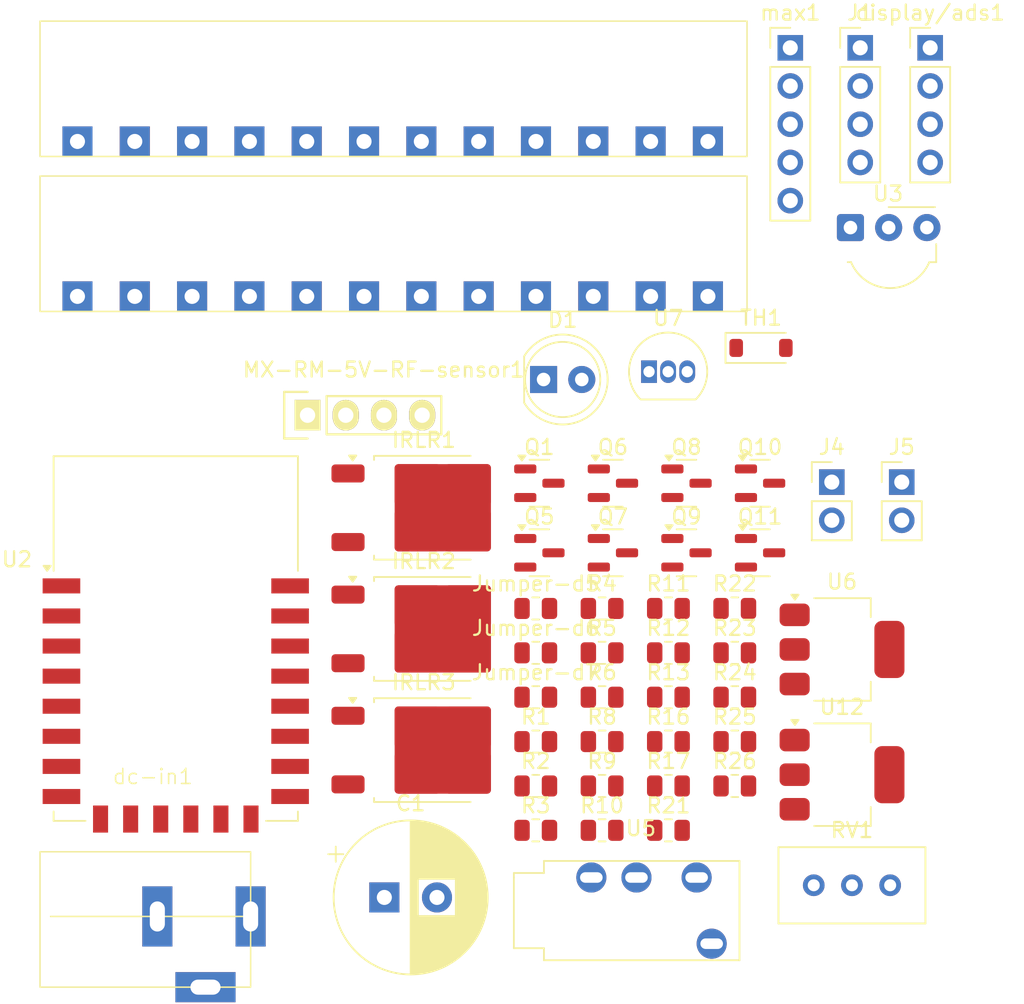
<source format=kicad_pcb>
(kicad_pcb (version 20240108) (generator "pcbnew") (generator_version "8.0")
  (layers (0 "F.Cu" signal) (31 "B.Cu" signal) (34 "B.Paste" user) (35 "F.Paste" user) (36 "B.SilkS" user "B.Silkscreen") (37 "F.SilkS" user "F.Silkscreen") (38 "B.Mask" user) (39 "F.Mask" user) (44 "Edge.Cuts" user))
  (net 0 "")
  (net 1 "+5C")
  (net 2 "GNDPWR")
  (net 3 "Net-(D1-A)")
  (net 4 "+12C")
  (net 6 "/d2")
  (net 7 "/d1")
  (net 8 "/mosf2-out-d6")
  (net 9 "Net-(IRLR1-G)")
  (net 10 "/mosf1-out-d5")
  (net 11 "Net-(IRLR2-G)")
  (net 12 "/mosf3-out-d7")
  (net 13 "Net-(IRLR3-G)")
  (net 14 "/tx")
  (net 15 "/rx")
  (net 16 "/conn1-8")
  (net 17 "/conn1-10")
  (net 18 "/d8")
  (net 19 "/conn1-9")
  (net 20 "/conn2-6")
  (net 21 "/conn2-2")
  (net 22 "/conn2-1")
  (net 23 "/conn2-4")
  (net 24 "/conn2-9")
  (net 25 "/d0")
  (net 26 "/conn2-5")
  (net 27 "/conn2-8")
  (net 28 "/conn2-3")
  (net 29 "/conn2-7")
  (net 30 "/d3")
  (net 31 "Net-(J5-Pin_1)")
  (net 32 "/d5")
  (net 33 "/d6")
  (net 34 "/d7")
  (net 35 "+3.3V")
  (net 36 "Net-(Q1-B)")
  (net 37 "Net-(Q1-C)")
  (net 38 "Net-(Q5-C)")
  (net 39 "Net-(Q5-B)")
  (net 40 "Net-(Q6-C)")
  (net 41 "Net-(Q6-B)")
  (net 42 "Net-(Q7-B)")
  (net 43 "Net-(Q7-C)")
  (net 44 "Net-(Q8-B)")
  (net 45 "Net-(Q8-C)")
  (net 46 "Net-(Q9-C)")
  (net 47 "Net-(Q9-B)")
  (net 48 "Net-(Q10-C)")
  (net 49 "Net-(Q10-B)")
  (net 50 "Net-(Q11-C)")
  (net 51 "Net-(Q11-B)")
  (net 52 "Net-(R3-Pad1)")
  (net 53 "/a0")
  (net 54 "Net-(U2-EN)")
  (net 55 "/d4")
  (net 56 "/a0-in-res")
  (footprint "Resistor_SMD:R_0805_2012Metric" (layer "F.Cu") (at 159.8 114.675)
    (property "Reference" "R25" (at 0 -1.65 0) (layer "F.SilkS"))
    (property "Value" "R-1k")
    (pad "1" smd roundrect (at -0.9125 0) (size 1.025 1.4) (layers "F.Cu" "F.Paste" "F.Mask") (roundrect_rratio 0.243902) (net 49 "Net-(Q10-B)"))
    (pad "2" smd roundrect (at 0.9125 0) (size 1.025 1.4) (layers "F.Cu" "F.Paste" "F.Mask") (roundrect_rratio 0.243902) (net 55 "/d4"))
  )
  (footprint "Resistor_SMD:R_0805_2012Metric" (layer "F.Cu") (at 150.98 108.775)
    (property "Reference" "R5" (at 0 -1.65 0) (layer "F.SilkS"))
    (property "Value" "R-100")
    (pad "1" smd roundrect (at -0.9125 0) (size 1.025 1.4) (layers "F.Cu" "F.Paste" "F.Mask") (roundrect_rratio 0.243902) (net 33 "/d6"))
    (pad "2" smd roundrect (at 0.9125 0) (size 1.025 1.4) (layers "F.Cu" "F.Paste" "F.Mask") (roundrect_rratio 0.243902) (net 9 "Net-(IRLR1-G)"))
  )
  (footprint "Package_TO_SOT_SMD:SOT-23" (layer "F.Cu") (at 151.7 102.125)
    (property "Reference" "Q7" (at 0 -2.4 0) (layer "F.SilkS"))
    (property "Value" "MMBT5551-npn")
    (pad "1" smd roundrect (at -0.9375 -0.95) (size 1.475 0.6) (layers "F.Cu" "F.Paste" "F.Mask") (net 42 "Net-(Q7-B)"))
    (pad "2" smd roundrect (at -0.9375 0.95) (size 1.475 0.6) (layers "F.Cu" "F.Paste" "F.Mask") (net 2 "GNDPWR"))
    (pad "3" smd roundrect (at 0.9375 0) (size 1.475 0.6) (layers "F.Cu" "F.Paste" "F.Mask") (net 43 "Net-(Q7-C)"))
  )
  (footprint "Resistor_SMD:R_0805_2012Metric" (layer "F.Cu") (at 150.98 111.725)
    (property "Reference" "R6" (at 0 -1.65 0) (layer "F.SilkS"))
    (property "Value" "R-10k")
    (pad "1" smd roundrect (at -0.9125 0) (size 1.025 1.4) (layers "F.Cu" "F.Paste" "F.Mask") (roundrect_rratio 0.243902) (net 2 "GNDPWR"))
    (pad "2" smd roundrect (at 0.9125 0) (size 1.025 1.4) (layers "F.Cu" "F.Paste" "F.Mask") (roundrect_rratio 0.243902) (net 9 "Net-(IRLR1-G)"))
  )
  (footprint "module-custom-for-esp8266:RF_Receiver_433_MHz" (layer "F.Cu") (at 136.46 92.955)
    (property "Reference" "MX-RM-5V-RF-sensor1" (at 0 -3 0) (layer "F.SilkS"))
    (property "Value" "Conn_01x04_Pin")
    (pad "1" thru_hole rect (at -5.060707 0.024229 90) (size 2.032 1.7272) (drill 1.016) (layers "*.Cu" "*.Mask" "F.SilkS") (net 1 "+5C"))
    (pad "2" thru_hole oval (at -2.520707 0.024229 90) (size 2.032 1.7272) (drill 1.016) (layers "*.Cu" "*.Mask" "F.SilkS") (net 6 "/d2"))
    (pad "3" thru_hole oval (at 0.019293 0.024229 90) (size 2.032 1.7272) (drill 1.016) (layers "*.Cu" "*.Mask" "F.SilkS") (net 6 "/d2"))
    (pad "4" thru_hole oval (at 2.559293 0.024229 90) (size 2.032 1.7272) (drill 1.016) (layers "*.Cu" "*.Mask" "F.SilkS") (net 2 "GNDPWR"))
  )
  (footprint "Resistor_SMD:R_0805_2012Metric" (layer "F.Cu") (at 150.98 120.575)
    (property "Reference" "R10" (at 0 -1.65 0) (layer "F.SilkS"))
    (property "Value" "R-10k")
    (pad "1" smd roundrect (at -0.9125 0) (size 1.025 1.4) (layers "F.Cu" "F.Paste" "F.Mask") (roundrect_rratio 0.243902) (net 35 "+3.3V"))
    (pad "2" smd roundrect (at 0.9125 0) (size 1.025 1.4) (layers "F.Cu" "F.Paste" "F.Mask") (roundrect_rratio 0.243902) (net 31 "Net-(J5-Pin_1)"))
  )
  (footprint "Package_TO_SOT_SMD:SOT-23" (layer "F.Cu") (at 156.59 97.5)
    (property "Reference" "Q8" (at 0 -2.4 0) (layer "F.SilkS"))
    (property "Value" "MMBT5401")
    (pad "1" smd roundrect (at -0.9375 -0.95) (size 1.475 0.6) (layers "F.Cu" "F.Paste" "F.Mask") (net 44 "Net-(Q8-B)"))
    (pad "2" smd roundrect (at -0.9375 0.95) (size 1.475 0.6) (layers "F.Cu" "F.Paste" "F.Mask") (net 35 "+3.3V"))
    (pad "3" smd roundrect (at 0.9375 0) (size 1.475 0.6) (layers "F.Cu" "F.Paste" "F.Mask") (net 45 "Net-(Q8-C)"))
  )
  (footprint "Package_TO_SOT_SMD:SOT-23" (layer "F.Cu") (at 146.81 102.125)
    (property "Reference" "Q5" (at 0 -2.4 0) (layer "F.SilkS"))
    (property "Value" "MMBT5401")
    (pad "1" smd roundrect (at -0.9375 -0.95) (size 1.475 0.6) (layers "F.Cu" "F.Paste" "F.Mask") (net 39 "Net-(Q5-B)"))
    (pad "2" smd roundrect (at -0.9375 0.95) (size 1.475 0.6) (layers "F.Cu" "F.Paste" "F.Mask") (net 35 "+3.3V"))
    (pad "3" smd roundrect (at 0.9375 0) (size 1.475 0.6) (layers "F.Cu" "F.Paste" "F.Mask") (net 38 "Net-(Q5-C)"))
  )
  (footprint "Resistor_SMD:R_0805_2012Metric" (layer "F.Cu") (at 150.98 114.675)
    (property "Reference" "R8" (at 0 -1.65 0) (layer "F.SilkS"))
    (property "Value" "R-100")
    (pad "1" smd roundrect (at -0.9125 0) (size 1.025 1.4) (layers "F.Cu" "F.Paste" "F.Mask") (roundrect_rratio 0.243902) (net 34 "/d7"))
    (pad "2" smd roundrect (at 0.9125 0) (size 1.025 1.4) (layers "F.Cu" "F.Paste" "F.Mask") (roundrect_rratio 0.243902) (net 13 "Net-(IRLR3-G)"))
  )
  (footprint "Resistor_SMD:R_0805_2012Metric" (layer "F.Cu") (at 159.8 111.725)
    (property "Reference" "R24" (at 0 -1.65 0) (layer "F.SilkS"))
    (property "Value" "R-1k")
    (pad "1" smd roundrect (at -0.9125 0) (size 1.025 1.4) (layers "F.Cu" "F.Paste" "F.Mask") (roundrect_rratio 0.243902) (net 47 "Net-(Q9-B)"))
    (pad "2" smd roundrect (at 0.9125 0) (size 1.025 1.4) (layers "F.Cu" "F.Paste" "F.Mask") (roundrect_rratio 0.243902) (net 45 "Net-(Q8-C)"))
  )
  (footprint "Resistor_SMD:R_0805_2012Metric" (layer "F.Cu") (at 159.8 117.625)
    (property "Reference" "R26" (at 0 -1.65 0) (layer "F.SilkS"))
    (property "Value" "R-1k")
    (pad "1" smd roundrect (at -0.9125 0) (size 1.025 1.4) (layers "F.Cu" "F.Paste" "F.Mask") (roundrect_rratio 0.243902) (net 51 "Net-(Q11-B)"))
    (pad "2" smd roundrect (at 0.9125 0) (size 1.025 1.4) (layers "F.Cu" "F.Paste" "F.Mask") (roundrect_rratio 0.243902) (net 48 "Net-(Q10-C)"))
  )
  (footprint "Connector_PinHeader_2.54mm:PinHeader_1x02_P2.54mm_Vertical" (layer "F.Cu") (at 166.25 97.425)
    (property "Reference" "J4" (at 0 -2.33 0) (layer "F.SilkS"))
    (property "Value" "flash")
    (pad "1" thru_hole rect (at 0 0) (size 1.7 1.7) (drill 1) (layers "*.Cu" "*.Mask") (net 2 "GNDPWR"))
    (pad "2" thru_hole oval (at 0 2.54) (size 1.7 1.7) (drill 1) (layers "*.Cu" "*.Mask") (net 30 "/d3"))
  )
  (footprint "Package_TO_SOT_SMD:SOT-23" (layer "F.Cu") (at 161.48 97.5)
    (property "Reference" "Q10" (at 0 -2.4 0) (layer "F.SilkS"))
    (property "Value" "MMBT5401")
    (pad "1" smd roundrect (at -0.9375 -0.95) (size 1.475 0.6) (layers "F.Cu" "F.Paste" "F.Mask") (net 49 "Net-(Q10-B)"))
    (pad "2" smd roundrect (at -0.9375 0.95) (size 1.475 0.6) (layers "F.Cu" "F.Paste" "F.Mask") (net 35 "+3.3V"))
    (pad "3" smd roundrect (at 0.9375 0) (size 1.475 0.6) (layers "F.Cu" "F.Paste" "F.Mask") (net 48 "Net-(Q10-C)"))
  )
  (footprint "Connector_PinHeader_2.54mm:PinHeader_1x04_P2.54mm_Vertical" (layer "F.Cu") (at 168.14 68.555)
    (property "Reference" "J1" (at 0 -2.33 0) (layer "F.SilkS"))
    (property "Value" "prog")
    (pad "1" thru_hole rect (at 0 0) (size 1.7 1.7) (drill 1) (layers "*.Cu" "*.Mask") (net 1 "+5C"))
    (pad "2" thru_hole oval (at 0 2.54) (size 1.7 1.7) (drill 1) (layers "*.Cu" "*.Mask") (net 2 "GNDPWR"))
    (pad "3" thru_hole oval (at 0 5.08) (size 1.7 1.7) (drill 1) (layers "*.Cu" "*.Mask") (net 14 "/tx"))
    (pad "4" thru_hole oval (at 0 7.62) (size 1.7 1.7) (drill 1) (layers "*.Cu" "*.Mask") (net 15 "/rx"))
  )
  (footprint "Resistor_SMD:R_0805_2012Metric" (layer "F.Cu") (at 155.39 105.825)
    (property "Reference" "R11" (at 0 -1.65 0) (layer "F.SilkS"))
    (property "Value" "R-10k")
    (pad "1" smd roundrect (at -0.9125 0) (size 1.025 1.4) (layers "F.Cu" "F.Paste" "F.Mask") (roundrect_rratio 0.243902) (net 35 "+3.3V"))
    (pad "2" smd roundrect (at 0.9125 0) (size 1.025 1.4) (layers "F.Cu" "F.Paste" "F.Mask") (roundrect_rratio 0.243902) (net 54 "Net-(U2-EN)"))
  )
  (footprint "OptoDevice:Vishay_MOLD-3Pin" (layer "F.Cu") (at 167.49 80.505)
    (property "Reference" "U3" (at 2.5 -2.25 180) (layer "F.SilkS"))
    (property "Value" "TSOP23xx")
    (pad "1" thru_hole roundrect (at 0 0) (size 1.8 1.8) (drill 0.9) (layers "*.Cu" "*.Mask") (roundrect_rratio 0.138) (net 32 "/d5"))
    (pad "2" thru_hole circle (at 2.54 0) (size 1.8 1.8) (drill 0.9) (layers "*.Cu" "*.Mask") (net 1 "+5C"))
    (pad "3" thru_hole circle (at 5.08 0) (size 1.8 1.8) (drill 0.9) (layers "*.Cu" "*.Mask") (net 2 "GNDPWR"))
  )
  (footprint "Resistor_SMD:R_0805_2012Metric" (layer "F.Cu") (at 159.8 108.775)
    (property "Reference" "R23" (at 0 -1.65 0) (layer "F.SilkS"))
    (property "Value" "R-1k")
    (pad "1" smd roundrect (at -0.9125 0) (size 1.025 1.4) (layers "F.Cu" "F.Paste" "F.Mask") (roundrect_rratio 0.243902) (net 44 "Net-(Q8-B)"))
    (pad "2" smd roundrect (at 0.9125 0) (size 1.025 1.4) (layers "F.Cu" "F.Paste" "F.Mask") (roundrect_rratio 0.243902) (net 25 "/d0"))
  )
  (footprint "Connector_PinHeader_2.54mm:PinHeader_1x05_P2.54mm_Vertical" (layer "F.Cu") (at 163.49 68.555)
    (property "Reference" "max1" (at 0 -2.33 0) (layer "F.SilkS"))
    (property "Value" "~")
    (pad "1" thru_hole rect (at 0 0) (size 1.7 1.7) (drill 1) (layers "*.Cu" "*.Mask") (net 2 "GNDPWR"))
    (pad "2" thru_hole oval (at 0 2.54) (size 1.7 1.7) (drill 1) (layers "*.Cu" "*.Mask") (net 1 "+5C"))
    (pad "3" thru_hole oval (at 0 5.08) (size 1.7 1.7) (drill 1) (layers "*.Cu" "*.Mask") (net 32 "/d5"))
    (pad "4" thru_hole oval (at 0 7.62) (size 1.7 1.7) (drill 1) (layers "*.Cu" "*.Mask") (net 18 "/d8"))
    (pad "5" thru_hole oval (at 0 10.16) (size 1.7 1.7) (drill 1) (layers "*.Cu" "*.Mask") (net 33 "/d6"))
  )
  (footprint "LED_THT:LED_D5.0mm_IRGrey" (layer "F.Cu") (at 147.09 90.605)
    (property "Reference" "D1" (at 1.27 -3.96 0) (layer "F.SilkS"))
    (property "Value" "LD271")
    (pad "1" thru_hole rect (at 0 0) (size 1.8 1.8) (drill 0.9) (layers "*.Cu" "*.Mask") (net 2 "GNDPWR"))
    (pad "2" thru_hole circle (at 2.54 0) (size 1.8 1.8) (drill 0.9) (layers "*.Cu" "*.Mask") (net 3 "Net-(D1-A)"))
  )
  (footprint "Resistor_SMD:R_0805_2012Metric" (layer "F.Cu") (at 146.57 108.775)
    (property "Reference" "Jumper-d6" (at 0 -1.65 0) (layer "F.SilkS"))
    (property "Value" "1")
    (pad "1" smd roundrect (at -0.9125 0) (size 1.025 1.4) (layers "F.Cu" "F.Paste" "F.Mask") (roundrect_rratio 0.243902) (net 33 "/d6"))
    (pad "2" smd roundrect (at 0.9125 0) (size 1.025 1.4) (layers "F.Cu" "F.Paste" "F.Mask") (roundrect_rratio 0.243902) (net 8 "/mosf2-out-d6"))
  )
  (footprint "Package_TO_SOT_SMD:TO-252-2" (layer "F.Cu") (at 139.13 99.13)
    (property "Reference" "IRLR1" (at 0 -4.5 0) (layer "F.SilkS"))
    (property "Value" "~")
    (pad "1" smd roundrect (at -5.04 -2.28) (size 2.2 1.2) (layers "F.Cu" "F.Paste" "F.Mask") (roundrect_rratio 0.208333) (net 9 "Net-(IRLR1-G)"))
    (pad "2" smd roundrect (at -0.415 -1.525) (size 3.05 2.75) (layers "F.Cu" "F.Paste") (roundrect_rratio 0.090909) (net 8 "/mosf2-out-d6"))
    (pad "2" smd roundrect (at -0.415 1.525) (size 3.05 2.75) (layers "F.Cu" "F.Paste") (roundrect_rratio 0.090909) (net 8 "/mosf2-out-d6"))
    (pad "2" smd roundrect (at 1.26 0) (size 6.4 5.8) (layers "F.Cu" "F.Mask") (roundrect_rratio 0.043103) (net 8 "/mosf2-out-d6"))
    (pad "2" smd roundrect (at 2.935 -1.525) (size 3.05 2.75) (layers "F.Cu" "F.Paste") (roundrect_rratio 0.090909) (net 8 "/mosf2-out-d6"))
    (pad "2" smd roundrect (at 2.935 1.525) (size 3.05 2.75) (layers "F.Cu" "F.Paste") (roundrect_rratio 0.090909) (net 8 "/mosf2-out-d6"))
    (pad "3" smd roundrect (at -5.04 2.28) (size 2.2 1.2) (layers "F.Cu" "F.Paste" "F.Mask") (roundrect_rratio 0.208333) (net 2 "GNDPWR"))
  )
  (footprint "Package_TO_SOT_SMD:SOT-223-3_TabPin2" (layer "F.Cu") (at 166.93 108.55)
    (property "Reference" "U6" (at 0 -4.5 0) (layer "F.SilkS"))
    (property "Value" "AMS1117-3.3")
    (pad "1" smd roundrect (at -3.15 -2.3) (size 2 1.5) (layers "F.Cu" "F.Paste" "F.Mask") (net 2 "GNDPWR"))
    (pad "2" smd roundrect (at -3.15 0) (size 2 1.5) (layers "F.Cu" "F.Paste" "F.Mask") (net 35 "+3.3V"))
    (pad "2" smd roundrect (at 3.15 0) (size 2 3.8) (layers "F.Cu" "F.Paste" "F.Mask") (net 35 "+3.3V"))
    (pad "3" smd roundrect (at -3.15 2.3) (size 2 1.5) (layers "F.Cu" "F.Paste" "F.Mask") (net 1 "+5C"))
  )
  (footprint "Package_TO_SOT_SMD:TO-252-2" (layer "F.Cu") (at 139.13 107.185)
    (property "Reference" "IRLR2" (at 0 -4.5 0) (layer "F.SilkS"))
    (property "Value" "~")
    (pad "1" smd roundrect (at -5.04 -2.28) (size 2.2 1.2) (layers "F.Cu" "F.Paste" "F.Mask") (roundrect_rratio 0.208333) (net 11 "Net-(IRLR2-G)"))
    (pad "2" smd roundrect (at -0.415 -1.525) (size 3.05 2.75) (layers "F.Cu" "F.Paste") (roundrect_rratio 0.090909) (net 10 "/mosf1-out-d5"))
    (pad "2" smd roundrect (at -0.415 1.525) (size 3.05 2.75) (layers "F.Cu" "F.Paste") (roundrect_rratio 0.090909) (net 10 "/mosf1-out-d5"))
    (pad "2" smd roundrect (at 1.26 0) (size 6.4 5.8) (layers "F.Cu" "F.Mask") (roundrect_rratio 0.043103) (net 10 "/mosf1-out-d5"))
    (pad "2" smd roundrect (at 2.935 -1.525) (size 3.05 2.75) (layers "F.Cu" "F.Paste") (roundrect_rratio 0.090909) (net 10 "/mosf1-out-d5"))
    (pad "2" smd roundrect (at 2.935 1.525) (size 3.05 2.75) (layers "F.Cu" "F.Paste") (roundrect_rratio 0.090909) (net 10 "/mosf1-out-d5"))
    (pad "3" smd roundrect (at -5.04 2.28) (size 2.2 1.2) (layers "F.Cu" "F.Paste" "F.Mask") (roundrect_rratio 0.208333) (net 2 "GNDPWR"))
  )
  (footprint "Resistor_SMD:R_0805_2012Metric" (layer "F.Cu") (at 146.57 120.575)
    (property "Reference" "R3" (at 0 -1.65 0) (layer "F.SilkS"))
    (property "Value" "R-100")
    (pad "1" smd roundrect (at -0.9125 0) (size 1.025 1.4) (layers "F.Cu" "F.Paste" "F.Mask") (roundrect_rratio 0.243902) (net 52 "Net-(R3-Pad1)"))
    (pad "2" smd roundrect (at 0.9125 0) (size 1.025 1.4) (layers "F.Cu" "F.Paste" "F.Mask") (roundrect_rratio 0.243902) (net 53 "/a0"))
  )
  (footprint "Resistor_SMD:R_0805_2012Metric" (layer "F.Cu") (at 155.39 114.675)
    (property "Reference" "R16" (at 0 -1.65 0) (layer "F.SilkS"))
    (property "Value" "R-100")
    (pad "1" smd roundrect (at -0.9125 0) (size 1.025 1.4) (layers "F.Cu" "F.Paste" "F.Mask") (roundrect_rratio 0.243902) (net 3 "Net-(D1-A)"))
    (pad "2" smd roundrect (at 0.9125 0) (size 1.025 1.4) (layers "F.Cu" "F.Paste" "F.Mask") (roundrect_rratio 0.243902) (net 18 "/d8"))
  )
  (footprint "Potentiometer_THT:Potentiometer_Bourns_3296W_Vertical" (layer "F.Cu") (at 170.13 124.225)
    (property "Reference" "RV1" (at -2.54 -3.66 0) (layer "F.SilkS"))
    (property "Value" "res-a0")
    (pad "1" thru_hole circle (at 0 0) (size 1.44 1.44) (drill 0.8) (layers "*.Cu" "*.Mask") (net 56 "/a0-in-res"))
    (pad "2" thru_hole circle (at -2.54 0) (size 1.44 1.44) (drill 0.8) (layers "*.Cu" "*.Mask") (net 52 "Net-(R3-Pad1)"))
    (pad "3" thru_hole circle (at -5.08 0) (size 1.44 1.44) (drill 0.8) (layers "*.Cu" "*.Mask") (net 2 "GNDPWR"))
  )
  (footprint "Package_TO_SOT_SMD:SOT-23" (layer "F.Cu") (at 151.7 97.5)
    (property "Reference" "Q6" (at 0 -2.4 0) (layer "F.SilkS"))
    (property "Value" "MMBT5551-npn")
    (pad "1" smd roundrect (at -0.9375 -0.95) (size 1.475 0.6) (layers "F.Cu" "F.Paste" "F.Mask") (net 41 "Net-(Q6-B)"))
    (pad "2" smd roundrect (at -0.9375 0.95) (size 1.475 0.6) (layers "F.Cu" "F.Paste" "F.Mask") (net 2 "GNDPWR"))
    (pad "3" smd roundrect (at 0.9375 0) (size 1.475 0.6) (layers "F.Cu" "F.Paste" "F.Mask") (net 40 "Net-(Q6-C)"))
  )
  (footprint "Resistor_SMD:R_0805_2012Metric" (layer "F.Cu") (at 155.39 111.725)
    (property "Reference" "R13" (at 0 -1.65 0) (layer "F.SilkS"))
    (property "Value" "R-10k")
    (pad "1" smd roundrect (at -0.9125 0) (size 1.025 1.4) (layers "F.Cu" "F.Paste" "F.Mask") (roundrect_rratio 0.243902) (net 18 "/d8"))
    (pad "2" smd roundrect (at 0.9125 0) (size 1.025 1.4) (layers "F.Cu" "F.Paste" "F.Mask") (roundrect_rratio 0.243902) (net 2 "GNDPWR"))
  )
  (footprint "module-custom-for-esp8266:dc-in-plastic-standard" (layer "F.Cu") (at 127.615 126.3)
    (property "Reference" "dc-in1" (at -6.5 -9.3 0) (layer "F.SilkS") (effects (font (thickness 0.1))))
    (property "Value" "~")
    (pad "1" thru_hole rect (at 0 0) (size 2 4) (drill oval 1 2) (layers "*.Cu" "*.Mask") (net 4 "+12C"))
    (pad "2" thru_hole rect (at -3 4.7) (size 4 2) (drill oval 2 1) (layers "*.Cu" "*.Mask"))
    (pad "3" thru_hole rect (at -6.2 0) (size 2 4) (drill oval 1 2) (layers "*.Cu" "*.Mask") (net 2 "GNDPWR"))
  )
  (footprint "module-custom-for-esp8266:connector-12-green-mini" (layer "F.Cu") (at 159.015 86.08)
    (property "Reference" "J3" (hide yes))
    (property "Value" "Conn_01x12_Pin" (hide yes))
    (pad "1" thru_hole rect (at -1 -1) (size 2 2) (drill 1) (layers "*.Cu" "*.Mask") (net 22 "/conn2-1"))
    (pad "2" thru_hole rect (at -4.81 -1) (size 2 2) (drill 1) (layers "*.Cu" "*.Mask") (net 21 "/conn2-2"))
    (pad "3" thru_hole rect (at -8.62 -1) (size 2 2) (drill 1) (layers "*.Cu" "*.Mask") (net 28 "/conn2-3"))
    (pad "4" thru_hole rect (at -12.43 -1) (size 2 2) (drill 1) (layers "*.Cu" "*.Mask") (net 23 "/conn2-4"))
    (pad "5" thru_hole rect (at -16.24 -1) (size 2 2) (drill 1) (layers "*.Cu" "*.Mask") (net 26 "/conn2-5"))
    (pad "6" thru_hole rect (at -20.05 -1) (size 2 2) (drill 1) (layers "*.Cu" "*.Mask") (net 20 "/conn2-6"))
    (pad "7" thru_hole rect (at -23.86 -1) (size 2 2) (drill 1) (layers "*.Cu" "*.Mask") (net 29 "/conn2-7"))
    (pad "8" thru_hole rect (at -27.67 -1) (size 2 2) (drill 1) (layers "*.Cu" "*.Mask") (net 27 "/conn2-8"))
    (pad "9" thru_hole rect (at -31.48 -1) (size 2 2) (drill 1) (layers "*.Cu" "*.Mask") (net 24 "/conn2-9"))
    (pad "10" thru_hole rect (at -35.29 -1) (size 2 2) (drill 1) (layers "*.Cu" "*.Mask") (net 6 "/d2"))
    (pad "11" thru_hole rect (at -39.1 -1) (size 2 2) (drill 1) (layers "*.Cu" "*.Mask") (net 25 "/d0"))
    (pad "12" thru_hole rect (at -42.91 -1) (size 2 2) (drill 1) (layers "*.Cu" "*.Mask") (net 2 "GNDPWR"))
  )
  (footprint "Resistor_SMD:R_0805_2012Metric" (layer "F.Cu") (at 146.57 117.625)
    (property "Reference" "R2" (at 0 -1.65 0) (layer "F.SilkS"))
    (property "Value" "R-10k")
    (pad "1" smd roundrect (at -0.9125 0) (size 1.025 1.4) (layers "F.Cu" "F.Paste" "F.Mask") (roundrect_rratio 0.243902) (net 2 "GNDPWR"))
    (pad "2" smd roundrect (at 0.9125 0) (size 1.025 1.4) (layers "F.Cu" "F.Paste" "F.Mask") (roundrect_rratio 0.243902) (net 11 "Net-(IRLR2-G)"))
  )
  (footprint "Package_TO_SOT_THT:TO-92_Inline" (layer "F.Cu") (at 154.1 90.085)
    (property "Reference" "U7" (at 1.27 -3.56 0) (layer "F.SilkS"))
    (property "Value" "DS18B20")
    (pad "1" thru_hole rect (at 0 0) (size 1.05 1.5) (drill 0.75) (layers "*.Cu" "*.Mask") (net 2 "GNDPWR"))
    (pad "2" thru_hole oval (at 1.27 0) (size 1.05 1.5) (drill 0.75) (layers "*.Cu" "*.Mask") (net 34 "/d7"))
    (pad "3" thru_hole oval (at 2.54 0) (size 1.05 1.5) (drill 0.75) (layers "*.Cu" "*.Mask") (net 1 "+5C"))
  )
  (footprint "Package_TO_SOT_SMD:SOT-223-3_TabPin2" (layer "F.Cu") (at 166.93 116.875)
    (property "Reference" "U12" (at 0 -4.5 0) (layer "F.SilkS"))
    (property "Value" "AMS1117-5.0")
    (pad "1" smd roundrect (at -3.15 -2.3) (size 2 1.5) (layers "F.Cu" "F.Paste" "F.Mask") (net 2 "GNDPWR"))
    (pad "2" smd roundrect (at -3.15 0) (size 2 1.5) (layers "F.Cu" "F.Paste" "F.Mask") (net 1 "+5C"))
    (pad "2" smd roundrect (at 3.15 0) (size 2 3.8) (layers "F.Cu" "F.Paste" "F.Mask") (net 1 "+5C"))
    (pad "3" smd roundrect (at -3.15 2.3) (size 2 1.5) (layers "F.Cu" "F.Paste" "F.Mask") (net 4 "+12C"))
  )
  (footprint "Resistor_SMD:R_0805_2012Metric" (layer "F.Cu") (at 146.57 111.725)
    (property "Reference" "Jumper-d7" (at 0 -1.65 0) (layer "F.SilkS"))
    (property "Value" "1")
    (pad "1" smd roundrect (at -0.9125 0) (size 1.025 1.4) (layers "F.Cu" "F.Paste" "F.Mask") (roundrect_rratio 0.243902) (net 34 "/d7"))
    (pad "2" smd roundrect (at 0.9125 0) (size 1.025 1.4) (layers "F.Cu" "F.Paste" "F.Mask") (roundrect_rratio 0.243902) (net 12 "/mosf3-out-d7"))
  )
  (footprint "module-custom-for-esp8266:PJ-320A" (layer "F.Cu") (at 145.115 123.71)
    (property "Reference" "U5" (at 8.4455 -3.269 0) (layer "F.SilkS"))
    (property "Value" "PJ-320A")
    (pad "" np_thru_hole circle (at 3.7 2.2) (size 1.5 1.5) (drill 1.5) (layers "*.Cu"))
    (pad "" np_thru_hole circle (at 10.7 2.2) (size 1.5 1.5) (drill 1.5) (layers "*.Cu"))
    (pad "1" thru_hole circle (at 13.15 4.4) (size 2 2) (drill oval 1.5 0.7) (layers "*.Cu" "*.Mask") (net 2 "GNDPWR"))
    (pad "2" thru_hole circle (at 12.15 0) (size 2 2) (drill oval 1.5 0.7) (layers "*.Cu" "*.Mask") (net 56 "/a0-in-res"))
    (pad "3" thru_hole circle (at 8.15 0) (size 2 2) (drill oval 1.5 0.7) (layers "*.Cu" "*.Mask"))
    (pad "4" thru_hole circle (at 5.15 0) (size 2 2) (drill oval 1.5 0.7) (layers "*.Cu" "*.Mask"))
  )
  (footprint "Resistor_SMD:R_0805_2012Metric" (layer "F.Cu") (at 155.39 117.625)
    (property "Reference" "R17" (at 0 -1.65 0) (layer "F.SilkS"))
    (property "Value" "R-1k")
    (pad "1" smd roundrect (at -0.9125 0) (size 1.025 1.4) (layers "F.Cu" "F.Paste" "F.Mask") (roundrect_rratio 0.243902) (net 42 "Net-(Q7-B)"))
    (pad "2" smd roundrect (at 0.9125 0) (size 1.025 1.4) (layers "F.Cu" "F.Paste" "F.Mask") (roundrect_rratio 0.243902) (net 37 "Net-(Q1-C)"))
  )
  (footprint "Diode_SMD:D_SOD-123" (layer "F.Cu") (at 161.545 88.505)
    (property "Reference" "TH1" (at 0 -2 0) (layer "F.SilkS"))
    (property "Value" "KTY85")
    (pad "1" smd roundrect (at -1.65 0) (size 0.9 1.2) (layers "F.Cu" "F.Paste" "F.Mask") (net 1 "+5C"))
    (pad "2" smd roundrect (at 1.65 0) (size 0.9 1.2) (layers "F.Cu" "F.Paste" "F.Mask") (net 40 "Net-(Q6-C)"))
  )
  (footprint "Resistor_SMD:R_0805_2012Metric" (layer "F.Cu") (at 146.57 114.675)
    (property "Reference" "R1" (at 0 -1.65 0) (layer "F.SilkS"))
    (property "Value" "R-100")
    (pad "1" smd roundrect (at -0.9125 0) (size 1.025 1.4) (layers "F.Cu" "F.Paste" "F.Mask") (roundrect_rratio 0.243902) (net 32 "/d5"))
    (pad "2" smd roundrect (at 0.9125 0) (size 1.025 1.4) (layers "F.Cu" "F.Paste" "F.Mask") (roundrect_rratio 0.243902) (net 11 "Net-(IRLR2-G)"))
  )
  (footprint "RF_Module:ESP-12E" (layer "F.Cu") (at 122.64 107.825)
    (property "Reference" "U2" (at -10.56 -5.26 0) (layer "F.SilkS"))
    (property "Value" "ESP-12F")
    (pad "1" smd rect (at -7.6 -3.5) (size 2.5 1) (layers "F.Cu" "F.Paste" "F.Mask") (net 31 "Net-(J5-Pin_1)"))
    (pad "2" smd rect (at -7.6 -1.5) (size 2.5 1) (layers "F.Cu" "F.Paste" "F.Mask") (net 53 "/a0"))
    (pad "3" smd rect (at -7.6 0.5) (size 2.5 1) (layers "F.Cu" "F.Paste" "F.Mask") (net 54 "Net-(U2-EN)"))
    (pad "4" smd rect (at -7.6 2.5) (size 2.5 1) (layers "F.Cu" "F.Paste" "F.Mask") (net 25 "/d0"))
    (pad "5" smd rect (at -7.6 4.5) (size 2.5 1) (layers "F.Cu" "F.Paste" "F.Mask") (net 32 "/d5"))
    (pad "6" smd rect (at -7.6 6.5) (size 2.5 1) (layers "F.Cu" "F.Paste" "F.Mask") (net 33 "/d6"))
    (pad "7" smd rect (at -7.6 8.5) (size 2.5 1) (layers "F.Cu" "F.Paste" "F.Mask") (net 34 "/d7"))
    (pad "8" smd rect (at -7.6 10.5) (size 2.5 1) (layers "F.Cu" "F.Paste" "F.Mask") (net 35 "+3.3V"))
    (pad "9" smd rect (at -5 12) (size 1 1.8) (layers "F.Cu" "F.Paste" "F.Mask"))
    (pad "10" smd rect (at -3 12) (size 1 1.8) (layers "F.Cu" "F.Paste" "F.Mask"))
    (pad "11" smd rect (at -1 12) (size 1 1.8) (layers "F.Cu" "F.Paste" "F.Mask"))
    (pad "12" smd rect (at 1 12) (size 1 1.8) (layers "F.Cu" "F.Paste" "F.Mask"))
    (pad "13" smd rect (at 3 12) (size 1 1.8) (layers "F.Cu" "F.Paste" "F.Mask"))
    (pad "14" smd rect (at 5 12) (size 1 1.8) (layers "F.Cu" "F.Paste" "F.Mask"))
    (pad "15" smd rect (at 7.6 10.5) (size 2.5 1) (layers "F.Cu" "F.Paste" "F.Mask") (net 2 "GNDPWR"))
    (pad "16" smd rect (at 7.6 8.5) (size 2.5 1) (layers "F.Cu" "F.Paste" "F.Mask") (net 18 "/d8"))
    (pad "17" smd rect (at 7.6 6.5) (size 2.5 1) (layers "F.Cu" "F.Paste" "F.Mask") (net 55 "/d4"))
    (pad "18" smd rect (at 7.6 4.5) (size 2.5 1) (layers "F.Cu" "F.Paste" "F.Mask") (net 30 "/d3"))
    (pad "19" smd rect (at 7.6 2.5) (size 2.5 1) (layers "F.Cu" "F.Paste" "F.Mask") (net 6 "/d2"))
    (pad "20" smd rect (at 7.6 0.5) (size 2.5 1) (layers "F.Cu" "F.Paste" "F.Mask") (net 7 "/d1"))
    (pad "21" smd rect (at 7.6 -1.5) (size 2.5 1) (layers "F.Cu" "F.Paste" "F.Mask") (net 15 "/rx"))
    (pad "22" smd rect (at 7.6 -3.5) (size 2.5 1) (layers "F.Cu" "F.Paste" "F.Mask") (net 14 "/tx"))
  )
  (footprint "Package_TO_SOT_SMD:SOT-23" (layer "F.Cu") (at 161.48 102.125)
    (property "Reference" "Q11" (at 0 -2.4 0) (layer "F.SilkS"))
    (property "Value" "MMBT5551-npn")
    (pad "1" smd roundrect (at -0.9375 -0.95) (size 1.475 0.6) (layers "F.Cu" "F.Paste" "F.Mask") (net 51 "Net-(Q11-B)"))
    (pad "2" smd roundrect (at -0.9375 0.95) (size 1.475 0.6) (layers "F.Cu" "F.Paste" "F.Mask") (net 2 "GNDPWR"))
    (pad "3" smd roundrect (at 0.9375 0) (size 1.475 0.6) (layers "F.Cu" "F.Paste" "F.Mask") (net 50 "Net-(Q11-C)"))
  )
  (footprint "Resistor_SMD:R_0805_2012Metric" (layer "F.Cu") (at 159.8 105.825)
    (property "Reference" "R22" (at 0 -1.65 0) (layer "F.SilkS"))
    (property "Value" "R-1k")
    (pad "1" smd roundrect (at -0.9125 0) (size 1.025 1.4) (layers "F.Cu" "F.Paste" "F.Mask") (roundrect_rratio 0.243902) (net 41 "Net-(Q6-B)"))
    (pad "2" smd roundrect (at 0.9125 0) (size 1.025 1.4) (layers "F.Cu" "F.Paste" "F.Mask") (roundrect_rratio 0.243902) (net 38 "Net-(Q5-C)"))
  )
  (footprint "Capacitor_THT:CP_Radial_D10.0mm_P3.50mm" (layer "F.Cu") (at 136.504646 125.035)
    (property "Reference" "C1" (at 1.75 -6.25 0) (layer "F.SilkS"))
    (property "Value" "C_Polarized_1000mF")
    (pad "1" thru_hole rect (at 0 0) (size 2 2) (drill 1) (layers "*.Cu" "*.Mask") (net 1 "+5C"))
    (pad "2" thru_hole circle (at 3.5 0) (size 2 2) (drill 1) (layers "*.Cu" "*.Mask") (net 2 "GNDPWR"))
  )
  (footprint "Resistor_SMD:R_0805_2012Metric" (layer "F.Cu") (at 155.39 108.775)
    (property "Reference" "R12" (at 0 -1.65 0) (layer "F.SilkS"))
    (property "Value" "R-10k")
    (pad "1" smd roundrect (at -0.9125 0) (size 1.025 1.4) (layers "F.Cu" "F.Paste" "F.Mask") (roundrect_rratio 0.243902) (net 30 "/d3"))
    (pad "2" smd roundrect (at 0.9125 0) (size 1.025 1.4) (layers "F.Cu" "F.Paste" "F.Mask") (roundrect_rratio 0.243902) (net 35 "+3.3V"))
  )
  (footprint "Package_TO_SOT_SMD:SOT-23" (layer "F.Cu") (at 156.59 102.125)
    (property "Reference" "Q9" (at 0 -2.4 0) (layer "F.SilkS"))
    (property "Value" "MMBT5551-npn")
    (pad "1" smd roundrect (at -0.9375 -0.95) (size 1.475 0.6) (layers "F.Cu" "F.Paste" "F.Mask") (net 47 "Net-(Q9-B)"))
    (pad "2" smd roundrect (at -0.9375 0.95) (size 1.475 0.6) (layers "F.Cu" "F.Paste" "F.Mask") (net 2 "GNDPWR"))
    (pad "3" smd roundrect (at 0.9375 0) (size 1.475 0.6) (layers "F.Cu" "F.Paste" "F.Mask") (net 46 "Net-(Q9-C)"))
  )
  (footprint "Package_TO_SOT_SMD:SOT-23" (layer "F.Cu") (at 146.81 97.5)
    (property "Reference" "Q1" (at 0 -2.4 0) (layer "F.SilkS"))
    (property "Value" "MMBT5401")
    (pad "1" smd roundrect (at -0.9375 -0.95) (size 1.475 0.6) (layers "F.Cu" "F.Paste" "F.Mask") (net 36 "Net-(Q1-B)"))
    (pad "2" smd roundrect (at -0.9375 0.95) (size 1.475 0.6) (layers "F.Cu" "F.Paste" "F.Mask") (net 35 "+3.3V"))
    (pad "3" smd roundrect (at 0.9375 0) (size 1.475 0.6) (layers "F.Cu" "F.Paste" "F.Mask") (net 37 "Net-(Q1-C)"))
  )
  (footprint "Connector_PinHeader_2.54mm:PinHeader_1x04_P2.54mm_Vertical" (layer "F.Cu") (at 172.79 68.555)
    (property "Reference" "display/ads1" (at 0 -2.33 0) (layer "F.SilkS"))
    (property "Value" "Conn_01x04_Pin")
    (pad "1" thru_hole rect (at 0 0) (size 1.7 1.7) (drill 1) (layers "*.Cu" "*.Mask") (net 7 "/d1"))
    (pad "2" thru_hole oval (at 0 2.54) (size 1.7 1.7) (drill 1) (layers "*.Cu" "*.Mask") (net 6 "/d2"))
    (pad "3" thru_hole oval (at 0 5.08) (size 1.7 1.7) (drill 1) (layers "*.Cu" "*.Mask") (net 1 "+5C"))
    (pad "4" thru_hole oval (at 0 7.62) (size 1.7 1.7) (drill 1) (layers "*.Cu" "*.Mask") (net 2 "GNDPWR"))
  )
  (footprint "Resistor_SMD:R_0805_2012Metric" (layer "F.Cu") (at 150.98 117.625)
    (property "Reference" "R9" (at 0 -1.65 0) (layer "F.SilkS"))
    (property "Value" "R-10k")
    (pad "1" smd roundrect (at -0.9125 0) (size 1.025 1.4) (layers "F.Cu" "F.Paste" "F.Mask") (roundrect_rratio 0.243902) (net 2 "GNDPWR"))
    (pad "2" smd roundrect (at 0.9125 0) (size 1.025 1.4) (layers "F.Cu" "F.Paste" "F.Mask") (roundrect_rratio 0.243902) (net 13 "Net-(IRLR3-G)"))
  )
  (footprint "Resistor_SMD:R_0805_2012Metric" (layer "F.Cu") (at 150.98 105.825)
    (property "Reference" "R4" (at 0 -1.65 0) (layer "F.SilkS"))
    (property "Value" "R-1k")
    (pad "1" smd roundrect (at -0.9125 0) (size 1.025 1.4) (layers "F.Cu" "F.Paste" "F.Mask") (roundrect_rratio 0.243902) (net 36 "Net-(Q1-B)"))
    (pad "2" smd roundrect (at 0.9125 0) (size 1.025 1.4) (layers "F.Cu" "F.Paste" "F.Mask") (roundrect_rratio 0.243902) (net 14 "/tx"))
  )
  (footprint "module-custom-for-esp8266:connector-12-green-mini" (layer "F.Cu") (at 159.015 75.78)
    (property "Reference" "J2" (hide yes))
    (property "Value" "Conn_01x12_Pin" (hide yes))
    (pad "1" thru_hole rect (at -1 -1) (size 2 2) (drill 1) (layers "*.Cu" "*.Mask") (net 2 "GNDPWR"))
    (pad "2" thru_hole rect (at -4.81 -1) (size 2 2) (drill 1) (layers "*.Cu" "*.Mask") (net 1 "+5C"))
    (pad "3" thru_hole rect (at -8.62 -1) (size 2 2) (drill 1) (layers "*.Cu" "*.Mask") (net 15 "/rx"))
    (pad "4" thru_hole rect (at -12.43 -1) (size 2 2) (drill 1) (layers "*.Cu" "*.Mask") (net 14 "/tx"))
    (pad "5" thru_hole rect (at -16.24 -1) (size 2 2) (drill 1) (layers "*.Cu" "*.Mask") (net 18 "/d8"))
    (pad "6" thru_hole rect (at -20.05 -1) (size 2 2) (drill 1) (layers "*.Cu" "*.Mask") (net 10 "/mosf1-out-d5"))
    (pad "7" thru_hole rect (at -23.86 -1) (size 2 2) (drill 1) (layers "*.Cu" "*.Mask") (net 8 "/mosf2-out-d6"))
    (pad "8" thru_hole rect (at -27.67 -1) (size 2 2) (drill 1) (layers "*.Cu" "*.Mask") (net 12 "/mosf3-out-d7"))
    (pad "9" thru_hole rect (at -31.48 -1) (size 2 2) (drill 1) (layers "*.Cu" "*.Mask") (net 16 "/conn1-8"))
    (pad "10" thru_hole rect (at -35.29 -1) (size 2 2) (drill 1) (layers "*.Cu" "*.Mask") (net 19 "/conn1-9"))
    (pad "11" thru_hole rect (at -39.1 -1) (size 2 2) (drill 1) (layers "*.Cu" "*.Mask") (net 17 "/conn1-10"))
    (pad "12" thru_hole rect (at -42.91 -1) (size 2 2) (drill 1) (layers "*.Cu" "*.Mask") (net 7 "/d1"))
  )
  (footprint "Resistor_SMD:R_0805_2012Metric" (layer "F.Cu") (at 155.39 120.575)
    (property "Reference" "R21" (at 0 -1.65 0) (layer "F.SilkS"))
    (property "Value" "R-1k")
    (pad "1" smd roundrect (at -0.9125 0) (size 1.025 1.4) (layers "F.Cu" "F.Paste" "F.Mask") (roundrect_rratio 0.243902) (net 39 "Net-(Q5-B)"))
    (pad "2" smd roundrect (at 0.9125 0) (size 1.025 1.4) (layers "F.Cu" "F.Paste" "F.Mask") (roundrect_rratio 0.243902) (net 30 "/d3"))
  )
  (footprint "Package_TO_SOT_SMD:TO-252-2" (layer "F.Cu") (at 139.13 115.24)
    (property "Reference" "IRLR3" (at 0 -4.5 0) (layer "F.SilkS"))
    (property "Value" "~")
    (pad "1" smd roundrect (at -5.04 -2.28) (size 2.2 1.2) (layers "F.Cu" "F.Paste" "F.Mask") (roundrect_rratio 0.208333) (net 13 "Net-(IRLR3-G)"))
    (pad "2" smd roundrect (at -0.415 -1.525) (size 3.05 2.75) (layers "F.Cu" "F.Paste") (roundrect_rratio 0.090909) (net 12 "/mosf3-out-d7"))
    (pad "2" smd roundrect (at -0.415 1.525) (size 3.05 2.75) (layers "F.Cu" "F.Paste") (roundrect_rratio 0.090909) (net 12 "/mosf3-out-d7"))
    (pad "2" smd roundrect (at 1.26 0) (size 6.4 5.8) (layers "F.Cu" "F.Mask") (roundrect_rratio 0.043103) (net 12 "/mosf3-out-d7"))
    (pad "2" smd roundrect (at 2.935 -1.525) (size 3.05 2.75) (layers "F.Cu" "F.Paste") (roundrect_rratio 0.090909) (net 12 "/mosf3-out-d7"))
    (pad "2" smd roundrect (at 2.935 1.525) (size 3.05 2.75) (layers "F.Cu" "F.Paste") (roundrect_rratio 0.090909) (net 12 "/mosf3-out-d7"))
    (pad "3" smd roundrect (at -5.04 2.28) (size 2.2 1.2) (layers "F.Cu" "F.Paste" "F.Mask") (roundrect_rratio 0.208333) (net 2 "GNDPWR"))
  )
  (footprint "Connector_PinHeader_2.54mm:PinHeader_1x02_P2.54mm_Vertical" (layer "F.Cu") (at 170.9 97.425)
    (property "Reference" "J5" (at 0 -2.33 0) (layer "F.SilkS"))
    (property "Value" "reset")
    (pad "1" thru_hole rect (at 0 0) (size 1.7 1.7) (drill 1) (layers "*.Cu" "*.Mask") (net 31 "Net-(J5-Pin_1)"))
    (pad "2" thru_hole oval (at 0 2.54) (size 1.7 1.7) (drill 1) (layers "*.Cu" "*.Mask") (net 2 "GNDPWR"))
  )
  (footprint "Resistor_SMD:R_0805_2012Metric" (layer "F.Cu") (at 146.57 105.825)
    (property "Reference" "Jumper-d5" (at 0 -1.65 0) (layer "F.SilkS"))
    (property "Value" "1")
    (pad "1" smd roundrect (at -0.9125 0) (size 1.025 1.4) (layers "F.Cu" "F.Paste" "F.Mask") (roundrect_rratio 0.243902) (net 32 "/d5"))
    (pad "2" smd roundrect (at 0.9125 0) (size 1.025 1.4) (layers "F.Cu" "F.Paste" "F.Mask") (roundrect_rratio 0.243902) (net 10 "/mosf1-out-d5"))
  )
)
</source>
